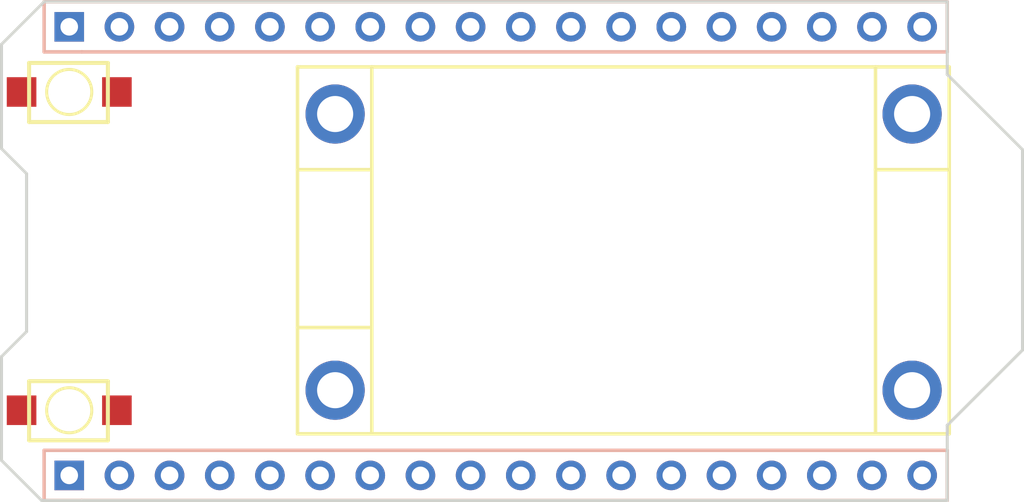
<source format=kicad_pcb>
(kicad_pcb (version 20171130) (host pcbnew "(5.1.4)-1")

  (general
    (thickness 1.6)
    (drawings 23)
    (tracks 0)
    (zones 0)
    (modules 8)
    (nets 2)
  )

  (page A4)
  (layers
    (0 F.Cu signal)
    (31 B.Cu signal)
    (32 B.Adhes user)
    (33 F.Adhes user)
    (34 B.Paste user)
    (35 F.Paste user)
    (36 B.SilkS user)
    (37 F.SilkS user)
    (38 B.Mask user)
    (39 F.Mask user)
    (40 Dwgs.User user)
    (41 Cmts.User user)
    (42 Eco1.User user)
    (43 Eco2.User user)
    (44 Edge.Cuts user)
    (45 Margin user)
    (46 B.CrtYd user)
    (47 F.CrtYd user)
    (48 B.Fab user)
    (49 F.Fab user)
  )

  (setup
    (last_trace_width 0.25)
    (trace_clearance 0.2)
    (zone_clearance 0.508)
    (zone_45_only no)
    (trace_min 0.2)
    (via_size 0.8)
    (via_drill 0.4)
    (via_min_size 0.4)
    (via_min_drill 0.3)
    (uvia_size 0.3)
    (uvia_drill 0.1)
    (uvias_allowed no)
    (uvia_min_size 0.2)
    (uvia_min_drill 0.1)
    (edge_width 0.05)
    (segment_width 0.2)
    (pcb_text_width 0.3)
    (pcb_text_size 1.5 1.5)
    (mod_edge_width 0.12)
    (mod_text_size 1 1)
    (mod_text_width 0.15)
    (pad_size 1.524 1.524)
    (pad_drill 0.762)
    (pad_to_mask_clearance 0.051)
    (solder_mask_min_width 0.25)
    (aux_axis_origin 0 0)
    (visible_elements FFFFFF7F)
    (pcbplotparams
      (layerselection 0x010fc_ffffffff)
      (usegerberextensions false)
      (usegerberattributes false)
      (usegerberadvancedattributes false)
      (creategerberjobfile false)
      (excludeedgelayer true)
      (linewidth 0.100000)
      (plotframeref false)
      (viasonmask false)
      (mode 1)
      (useauxorigin false)
      (hpglpennumber 1)
      (hpglpenspeed 20)
      (hpglpendiameter 15.000000)
      (psnegative false)
      (psa4output false)
      (plotreference true)
      (plotvalue true)
      (plotinvisibletext false)
      (padsonsilk false)
      (subtractmaskfromsilk false)
      (outputformat 1)
      (mirror false)
      (drillshape 1)
      (scaleselection 1)
      (outputdirectory ""))
  )

  (net 0 "")
  (net 1 GND)

  (net_class Default 这是默认网络类。
    (clearance 0.2)
    (trace_width 0.25)
    (via_dia 0.8)
    (via_drill 0.4)
    (uvia_dia 0.3)
    (uvia_drill 0.1)
    (add_net GND)
  )

  (module "" (layer F.Cu) (tedit 0) (tstamp 0)
    (at 135.171 93.3296)
    (fp_text reference "" (at 0 0) (layer F.SilkS)
      (effects (font (size 1.27 1.27) (thickness 0.15)))
    )
    (fp_text value "" (at 0 0) (layer F.SilkS)
      (effects (font (size 1.27 1.27) (thickness 0.15)))
    )
    (pad "" thru_hole circle (at 0 0) (size 2.9972 2.9972) (drill 1.8288) (layers *.Cu *.Mask)
      (net 1 GND))
  )

  (module "" (layer F.Cu) (tedit 0) (tstamp 0)
    (at 164.381 93.3296)
    (fp_text reference "" (at 0 0) (layer F.SilkS)
      (effects (font (size 1.27 1.27) (thickness 0.15)))
    )
    (fp_text value "" (at 0 0) (layer F.SilkS)
      (effects (font (size 1.27 1.27) (thickness 0.15)))
    )
    (pad "" thru_hole circle (at 0 0) (size 2.9972 2.9972) (drill 1.8288) (layers *.Cu *.Mask)
      (net 1 GND))
  )

  (module "" (layer F.Cu) (tedit 0) (tstamp 0)
    (at 164.381 107.325)
    (fp_text reference "" (at 0 0) (layer F.SilkS)
      (effects (font (size 1.27 1.27) (thickness 0.15)))
    )
    (fp_text value "" (at 0 0) (layer F.SilkS)
      (effects (font (size 1.27 1.27) (thickness 0.15)))
    )
    (pad "" thru_hole circle (at 0 0) (size 2.9972 2.9972) (drill 1.8288) (layers *.Cu *.Mask)
      (net 1 GND))
  )

  (module "" (layer F.Cu) (tedit 0) (tstamp 0)
    (at 135.171 107.325)
    (fp_text reference "" (at 0 0) (layer F.SilkS)
      (effects (font (size 1.27 1.27) (thickness 0.15)))
    )
    (fp_text value "" (at 0 0) (layer F.SilkS)
      (effects (font (size 1.27 1.27) (thickness 0.15)))
    )
    (pad "" thru_hole circle (at 0 0) (size 2.9972 2.9972) (drill 1.8288) (layers *.Cu *.Mask)
      (net 1 GND))
  )

  (module TACK_SWITCH_3X4X2_1 (layer F.Cu) (tedit 0) (tstamp 0)
    (at 119.677 109.865)
    (attr smd)
    (fp_text reference S1 (at -2.921 -0.762 -180 unlocked) (layer F.SilkS) hide
      (effects (font (size 1.332992 1.40208) (thickness 0.254)))
    )
    (fp_text value RESET (at 3.683 -2.3368 unlocked) (layer F.SilkS) hide
      (effects (font (size 1.332992 1.40208) (thickness 0.254)))
    )
    (fp_line (start 0 0) (end 0 -2.9972) (layer F.SilkS) (width 0.2032))
    (fp_line (start 0 0) (end 3.9878 0) (layer F.SilkS) (width 0.2032))
    (fp_line (start 0 -2.9972) (end 3.9878 -2.9972) (layer F.SilkS) (width 0.2032))
    (fp_line (start 3.9878 0) (end 3.9878 -2.9972) (layer F.SilkS) (width 0.2032))
    (fp_circle (center 2.032 -1.524) (end 3.175 -1.524) (layer F.SilkS) (width 0.1524))
    (pad 1 smd rect (at -0.381 -1.524) (size 1.4986 1.4986) (layers F.Cu F.Paste F.Mask))
    (pad 2 smd rect (at 4.445 -1.524) (size 1.4986 1.4986) (layers F.Cu F.Paste F.Mask))
  )

  (module TACK_SWITCH_3X4X2_1 (layer F.Cu) (tedit 0) (tstamp 0)
    (at 119.677 93.736)
    (attr smd)
    (fp_text reference S2 (at 7.0612 -1.8288 -90 unlocked) (layer F.SilkS) hide
      (effects (font (size 1.332992 1.40208) (thickness 0.254)))
    )
    (fp_text value BTN-0 (at 3.683 -2.3368 unlocked) (layer F.SilkS) hide
      (effects (font (size 1.332992 1.40208) (thickness 0.254)))
    )
    (fp_line (start 0 0) (end 0 -2.9972) (layer F.SilkS) (width 0.2032))
    (fp_line (start 0 0) (end 3.9878 0) (layer F.SilkS) (width 0.2032))
    (fp_line (start 0 -2.9972) (end 3.9878 -2.9972) (layer F.SilkS) (width 0.2032))
    (fp_line (start 3.9878 0) (end 3.9878 -2.9972) (layer F.SilkS) (width 0.2032))
    (fp_circle (center 2.032 -1.524) (end 3.175 -1.524) (layer F.SilkS) (width 0.1524))
    (pad 1 smd rect (at -0.381 -1.524) (size 1.4986 1.4986) (layers F.Cu F.Paste F.Mask))
    (pad 2 smd rect (at 4.445 -1.524) (size 1.4986 1.4986) (layers F.Cu F.Paste F.Mask))
  )

  (module HDR1X18_1 (layer B.Cu) (tedit 0) (tstamp 0)
    (at 121.709 111.643 180)
    (attr smd)
    (fp_text reference JP2 (at -46.3042 0.4318 270 unlocked) (layer B.SilkS) hide
      (effects (font (size 1.332992 1.40208) (thickness 0.254)) (justify mirror))
    )
    (fp_text value "Header 18" (at -18.6436 0.8382 unlocked) (layer B.SilkS) hide
      (effects (font (size 1.332992 1.40208) (thickness 0.254)) (justify mirror))
    )
    (fp_line (start 1.27 -1.27) (end -0.635 -1.27) (layer B.SilkS) (width 0.1778))
    (fp_line (start 1.27 1.27) (end 1.27 -1.27) (layer B.SilkS) (width 0.1778))
    (fp_line (start -44.45 1.27) (end -44.45 -1.27) (layer B.SilkS) (width 0.1778))
    (fp_line (start 1.27 1.27) (end -44.45 1.27) (layer B.SilkS) (width 0.1778))
    (fp_line (start -0.635 -1.27) (end -44.45 -1.27) (layer B.SilkS) (width 0.1778))
    (pad 1 thru_hole rect (at 0 0 180) (size 1.4986 1.4986) (drill 0.889) (layers *.Cu *.Mask))
    (pad 2 thru_hole circle (at -2.54 0 180) (size 1.4986 1.4986) (drill 0.889) (layers *.Cu *.Mask))
    (pad 3 thru_hole circle (at -5.08 0 180) (size 1.4986 1.4986) (drill 0.889) (layers *.Cu *.Mask))
    (pad 4 thru_hole circle (at -7.62 0 180) (size 1.4986 1.4986) (drill 0.889) (layers *.Cu *.Mask))
    (pad 5 thru_hole circle (at -10.16 0 180) (size 1.4986 1.4986) (drill 0.889) (layers *.Cu *.Mask))
    (pad 6 thru_hole circle (at -12.7 0 180) (size 1.4986 1.4986) (drill 0.889) (layers *.Cu *.Mask))
    (pad 7 thru_hole circle (at -15.24 0 180) (size 1.4986 1.4986) (drill 0.889) (layers *.Cu *.Mask))
    (pad 8 thru_hole circle (at -17.78 0 180) (size 1.4986 1.4986) (drill 0.889) (layers *.Cu *.Mask))
    (pad 9 thru_hole circle (at -20.32 0 180) (size 1.4986 1.4986) (drill 0.889) (layers *.Cu *.Mask))
    (pad 10 thru_hole circle (at -22.86 0 180) (size 1.4986 1.4986) (drill 0.889) (layers *.Cu *.Mask))
    (pad 11 thru_hole circle (at -25.4 0 180) (size 1.4986 1.4986) (drill 0.889) (layers *.Cu *.Mask))
    (pad 12 thru_hole circle (at -27.94 0 180) (size 1.4986 1.4986) (drill 0.889) (layers *.Cu *.Mask))
    (pad 13 thru_hole circle (at -30.48 0 180) (size 1.4986 1.4986) (drill 0.889) (layers *.Cu *.Mask))
    (pad 14 thru_hole circle (at -33.02 0 180) (size 1.4986 1.4986) (drill 0.889) (layers *.Cu *.Mask))
    (pad 15 thru_hole circle (at -35.56 0 180) (size 1.4986 1.4986) (drill 0.889) (layers *.Cu *.Mask))
    (pad 16 thru_hole circle (at -38.1 0 180) (size 1.4986 1.4986) (drill 0.889) (layers *.Cu *.Mask))
    (pad 17 thru_hole circle (at -40.64 0 180) (size 1.4986 1.4986) (drill 0.889) (layers *.Cu *.Mask))
    (pad 18 thru_hole circle (at -43.18 0 180) (size 1.4986 1.4986) (drill 0.889) (layers *.Cu *.Mask))
  )

  (module HDR1X18_1 (layer B.Cu) (tedit 0) (tstamp 0)
    (at 121.709 88.91 180)
    (attr smd)
    (fp_text reference JP3 (at -46.3042 0.4318 270 unlocked) (layer B.SilkS) hide
      (effects (font (size 1.332992 1.40208) (thickness 0.254)) (justify mirror))
    )
    (fp_text value "Header 18" (at -18.6436 0.8382 unlocked) (layer B.SilkS) hide
      (effects (font (size 1.332992 1.40208) (thickness 0.254)) (justify mirror))
    )
    (fp_line (start 1.27 -1.27) (end -0.635 -1.27) (layer B.SilkS) (width 0.1778))
    (fp_line (start 1.27 1.27) (end 1.27 -1.27) (layer B.SilkS) (width 0.1778))
    (fp_line (start -44.45 1.27) (end -44.45 -1.27) (layer B.SilkS) (width 0.1778))
    (fp_line (start 1.27 1.27) (end -44.45 1.27) (layer B.SilkS) (width 0.1778))
    (fp_line (start -0.635 -1.27) (end -44.45 -1.27) (layer B.SilkS) (width 0.1778))
    (pad 1 thru_hole rect (at 0 0 180) (size 1.4986 1.4986) (drill 0.889) (layers *.Cu *.Mask))
    (pad 2 thru_hole circle (at -2.54 0 180) (size 1.4986 1.4986) (drill 0.889) (layers *.Cu *.Mask))
    (pad 3 thru_hole circle (at -5.08 0 180) (size 1.4986 1.4986) (drill 0.889) (layers *.Cu *.Mask))
    (pad 4 thru_hole circle (at -7.62 0 180) (size 1.4986 1.4986) (drill 0.889) (layers *.Cu *.Mask))
    (pad 5 thru_hole circle (at -10.16 0 180) (size 1.4986 1.4986) (drill 0.889) (layers *.Cu *.Mask))
    (pad 6 thru_hole circle (at -12.7 0 180) (size 1.4986 1.4986) (drill 0.889) (layers *.Cu *.Mask))
    (pad 7 thru_hole circle (at -15.24 0 180) (size 1.4986 1.4986) (drill 0.889) (layers *.Cu *.Mask))
    (pad 8 thru_hole circle (at -17.78 0 180) (size 1.4986 1.4986) (drill 0.889) (layers *.Cu *.Mask))
    (pad 9 thru_hole circle (at -20.32 0 180) (size 1.4986 1.4986) (drill 0.889) (layers *.Cu *.Mask))
    (pad 10 thru_hole circle (at -22.86 0 180) (size 1.4986 1.4986) (drill 0.889) (layers *.Cu *.Mask))
    (pad 11 thru_hole circle (at -25.4 0 180) (size 1.4986 1.4986) (drill 0.889) (layers *.Cu *.Mask))
    (pad 12 thru_hole circle (at -27.94 0 180) (size 1.4986 1.4986) (drill 0.889) (layers *.Cu *.Mask))
    (pad 13 thru_hole circle (at -30.48 0 180) (size 1.4986 1.4986) (drill 0.889) (layers *.Cu *.Mask))
    (pad 14 thru_hole circle (at -33.02 0 180) (size 1.4986 1.4986) (drill 0.889) (layers *.Cu *.Mask))
    (pad 15 thru_hole circle (at -35.56 0 180) (size 1.4986 1.4986) (drill 0.889) (layers *.Cu *.Mask))
    (pad 16 thru_hole circle (at -38.1 0 180) (size 1.4986 1.4986) (drill 0.889) (layers *.Cu *.Mask))
    (pad 17 thru_hole circle (at -40.64 0 180) (size 1.4986 1.4986) (drill 0.889) (layers *.Cu *.Mask))
    (pad 18 thru_hole circle (at -43.18 0 180) (size 1.4986 1.4986) (drill 0.889) (layers *.Cu *.Mask))
  )

  (gr_line (start 118.28 110.881) (end 118.28 105.6232) (layer Edge.Cuts) (width 0.1524))
  (gr_line (start 118.28 105.6232) (end 119.55 104.3532) (layer Edge.Cuts) (width 0.1524))
  (gr_line (start 119.55 104.3532) (end 119.55 96.3522) (layer Edge.Cuts) (width 0.1524))
  (gr_line (start 118.28 95.0822) (end 119.55 96.3522) (layer Edge.Cuts) (width 0.1524))
  (gr_line (start 118.28 95.0822) (end 118.28 89.799) (layer Edge.Cuts) (width 0.1524))
  (gr_line (start 118.28 89.799) (end 120.439 87.64) (layer Edge.Cuts) (width 0.1524))
  (gr_line (start 120.439 87.64) (end 166.159 87.64) (layer Edge.Cuts) (width 0.1524))
  (gr_line (start 166.159 91.323) (end 166.159 87.64) (layer Edge.Cuts) (width 0.1524))
  (gr_line (start 166.159 91.323) (end 169.969 95.133) (layer Edge.Cuts) (width 0.1524))
  (gr_line (start 169.969 105.293) (end 169.969 95.133) (layer Edge.Cuts) (width 0.1524))
  (gr_line (start 166.159 109.103) (end 169.969 105.293) (layer Edge.Cuts) (width 0.1524))
  (gr_line (start 166.159 112.913) (end 166.159 109.103) (layer Edge.Cuts) (width 0.1524))
  (gr_line (start 120.312 112.913) (end 166.159 112.913) (layer Edge.Cuts) (width 0.1524))
  (gr_line (start 118.28 110.881) (end 120.312 112.913) (layer Edge.Cuts) (width 0.1524))
  (gr_line (start 162.5268 96.149) (end 166.2606 96.149) (layer F.SilkS) (width 0.1778))
  (gr_line (start 133.266 96.149) (end 137.0252 96.149) (layer F.SilkS) (width 0.1778))
  (gr_line (start 133.266 104.15) (end 137.0252 104.15) (layer F.SilkS) (width 0.1778))
  (gr_line (start 162.5268 109.5348) (end 162.5268 90.942) (layer F.SilkS) (width 0.1778))
  (gr_line (start 137.0252 109.5348) (end 137.0252 90.942) (layer F.SilkS) (width 0.1778))
  (gr_line (start 166.2606 109.5348) (end 166.2606 90.942) (layer F.SilkS) (width 0.1778))
  (gr_line (start 133.266 90.942) (end 166.2606 90.942) (layer F.SilkS) (width 0.1778))
  (gr_line (start 133.266 109.5348) (end 133.266 90.942) (layer F.SilkS) (width 0.1778))
  (gr_line (start 133.266 109.5348) (end 166.2606 109.5348) (layer F.SilkS) (width 0.1778))

)

</source>
